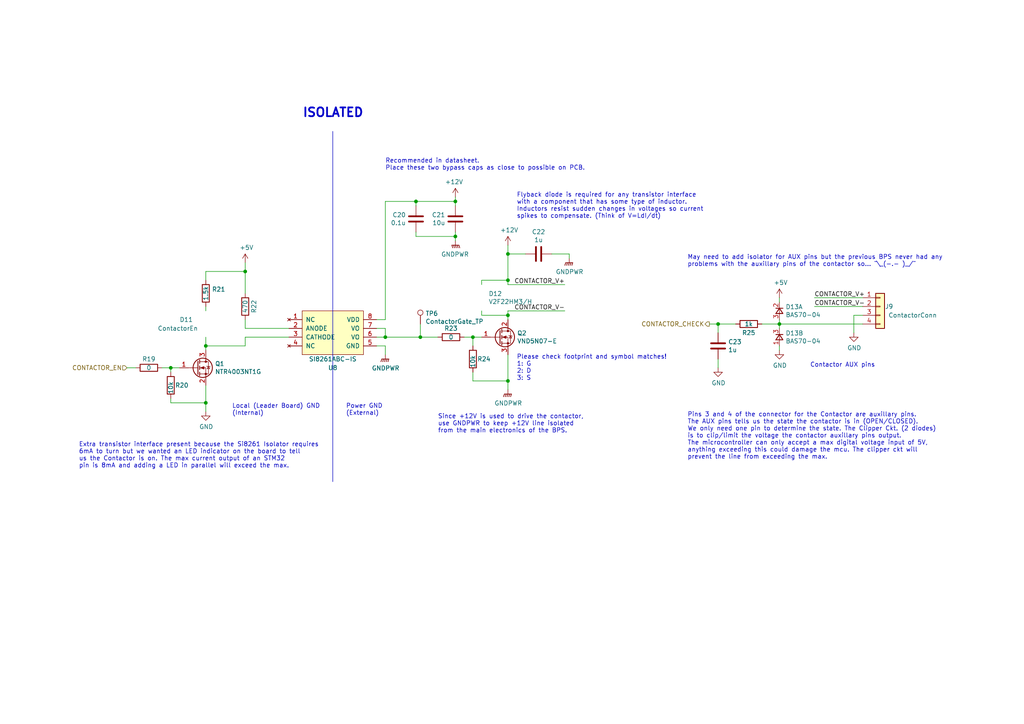
<source format=kicad_sch>
(kicad_sch (version 20230121) (generator eeschema)

  (uuid a1330432-a3e8-46d2-8fc7-0f7a5afdc832)

  (paper "A4")

  (lib_symbols
    (symbol "Connector:TestPoint" (pin_numbers hide) (pin_names (offset 0.762) hide) (in_bom yes) (on_board yes)
      (property "Reference" "TP" (at 0 6.858 0)
        (effects (font (size 1.27 1.27)))
      )
      (property "Value" "TestPoint" (at 0 5.08 0)
        (effects (font (size 1.27 1.27)))
      )
      (property "Footprint" "" (at 5.08 0 0)
        (effects (font (size 1.27 1.27)) hide)
      )
      (property "Datasheet" "~" (at 5.08 0 0)
        (effects (font (size 1.27 1.27)) hide)
      )
      (property "ki_keywords" "test point tp" (at 0 0 0)
        (effects (font (size 1.27 1.27)) hide)
      )
      (property "ki_description" "test point" (at 0 0 0)
        (effects (font (size 1.27 1.27)) hide)
      )
      (property "ki_fp_filters" "Pin* Test*" (at 0 0 0)
        (effects (font (size 1.27 1.27)) hide)
      )
      (symbol "TestPoint_0_1"
        (circle (center 0 3.302) (radius 0.762)
          (stroke (width 0) (type default))
          (fill (type none))
        )
      )
      (symbol "TestPoint_1_1"
        (pin passive line (at 0 0 90) (length 2.54)
          (name "1" (effects (font (size 1.27 1.27))))
          (number "1" (effects (font (size 1.27 1.27))))
        )
      )
    )
    (symbol "Connector_Generic:Conn_01x04" (pin_names (offset 1.016) hide) (in_bom yes) (on_board yes)
      (property "Reference" "J" (at 0 5.08 0)
        (effects (font (size 1.27 1.27)))
      )
      (property "Value" "Conn_01x04" (at 0 -7.62 0)
        (effects (font (size 1.27 1.27)))
      )
      (property "Footprint" "" (at 0 0 0)
        (effects (font (size 1.27 1.27)) hide)
      )
      (property "Datasheet" "~" (at 0 0 0)
        (effects (font (size 1.27 1.27)) hide)
      )
      (property "ki_keywords" "connector" (at 0 0 0)
        (effects (font (size 1.27 1.27)) hide)
      )
      (property "ki_description" "Generic connector, single row, 01x04, script generated (kicad-library-utils/schlib/autogen/connector/)" (at 0 0 0)
        (effects (font (size 1.27 1.27)) hide)
      )
      (property "ki_fp_filters" "Connector*:*_1x??_*" (at 0 0 0)
        (effects (font (size 1.27 1.27)) hide)
      )
      (symbol "Conn_01x04_1_1"
        (rectangle (start -1.27 -4.953) (end 0 -5.207)
          (stroke (width 0.1524) (type default))
          (fill (type none))
        )
        (rectangle (start -1.27 -2.413) (end 0 -2.667)
          (stroke (width 0.1524) (type default))
          (fill (type none))
        )
        (rectangle (start -1.27 0.127) (end 0 -0.127)
          (stroke (width 0.1524) (type default))
          (fill (type none))
        )
        (rectangle (start -1.27 2.667) (end 0 2.413)
          (stroke (width 0.1524) (type default))
          (fill (type none))
        )
        (rectangle (start -1.27 3.81) (end 1.27 -6.35)
          (stroke (width 0.254) (type default))
          (fill (type background))
        )
        (pin passive line (at -5.08 2.54 0) (length 3.81)
          (name "Pin_1" (effects (font (size 1.27 1.27))))
          (number "1" (effects (font (size 1.27 1.27))))
        )
        (pin passive line (at -5.08 0 0) (length 3.81)
          (name "Pin_2" (effects (font (size 1.27 1.27))))
          (number "2" (effects (font (size 1.27 1.27))))
        )
        (pin passive line (at -5.08 -2.54 0) (length 3.81)
          (name "Pin_3" (effects (font (size 1.27 1.27))))
          (number "3" (effects (font (size 1.27 1.27))))
        )
        (pin passive line (at -5.08 -5.08 0) (length 3.81)
          (name "Pin_4" (effects (font (size 1.27 1.27))))
          (number "4" (effects (font (size 1.27 1.27))))
        )
      )
    )
    (symbol "Device:C" (pin_numbers hide) (pin_names (offset 0.254)) (in_bom yes) (on_board yes)
      (property "Reference" "C" (at 0.635 2.54 0)
        (effects (font (size 1.27 1.27)) (justify left))
      )
      (property "Value" "C" (at 0.635 -2.54 0)
        (effects (font (size 1.27 1.27)) (justify left))
      )
      (property "Footprint" "" (at 0.9652 -3.81 0)
        (effects (font (size 1.27 1.27)) hide)
      )
      (property "Datasheet" "~" (at 0 0 0)
        (effects (font (size 1.27 1.27)) hide)
      )
      (property "ki_keywords" "cap capacitor" (at 0 0 0)
        (effects (font (size 1.27 1.27)) hide)
      )
      (property "ki_description" "Unpolarized capacitor" (at 0 0 0)
        (effects (font (size 1.27 1.27)) hide)
      )
      (property "ki_fp_filters" "C_*" (at 0 0 0)
        (effects (font (size 1.27 1.27)) hide)
      )
      (symbol "C_0_1"
        (polyline
          (pts
            (xy -2.032 -0.762)
            (xy 2.032 -0.762)
          )
          (stroke (width 0.508) (type default))
          (fill (type none))
        )
        (polyline
          (pts
            (xy -2.032 0.762)
            (xy 2.032 0.762)
          )
          (stroke (width 0.508) (type default))
          (fill (type none))
        )
      )
      (symbol "C_1_1"
        (pin passive line (at 0 3.81 270) (length 2.794)
          (name "~" (effects (font (size 1.27 1.27))))
          (number "1" (effects (font (size 1.27 1.27))))
        )
        (pin passive line (at 0 -3.81 90) (length 2.794)
          (name "~" (effects (font (size 1.27 1.27))))
          (number "2" (effects (font (size 1.27 1.27))))
        )
      )
    )
    (symbol "Device:Q_NMOS_GDS" (pin_names (offset 0) hide) (in_bom yes) (on_board yes)
      (property "Reference" "Q" (at 5.08 1.27 0)
        (effects (font (size 1.27 1.27)) (justify left))
      )
      (property "Value" "Q_NMOS_GDS" (at 5.08 -1.27 0)
        (effects (font (size 1.27 1.27)) (justify left))
      )
      (property "Footprint" "" (at 5.08 2.54 0)
        (effects (font (size 1.27 1.27)) hide)
      )
      (property "Datasheet" "~" (at 0 0 0)
        (effects (font (size 1.27 1.27)) hide)
      )
      (property "ki_keywords" "transistor NMOS N-MOS N-MOSFET" (at 0 0 0)
        (effects (font (size 1.27 1.27)) hide)
      )
      (property "ki_description" "N-MOSFET transistor, gate/drain/source" (at 0 0 0)
        (effects (font (size 1.27 1.27)) hide)
      )
      (symbol "Q_NMOS_GDS_0_1"
        (polyline
          (pts
            (xy 0.254 0)
            (xy -2.54 0)
          )
          (stroke (width 0) (type default))
          (fill (type none))
        )
        (polyline
          (pts
            (xy 0.254 1.905)
            (xy 0.254 -1.905)
          )
          (stroke (width 0.254) (type default))
          (fill (type none))
        )
        (polyline
          (pts
            (xy 0.762 -1.27)
            (xy 0.762 -2.286)
          )
          (stroke (width 0.254) (type default))
          (fill (type none))
        )
        (polyline
          (pts
            (xy 0.762 0.508)
            (xy 0.762 -0.508)
          )
          (stroke (width 0.254) (type default))
          (fill (type none))
        )
        (polyline
          (pts
            (xy 0.762 2.286)
            (xy 0.762 1.27)
          )
          (stroke (width 0.254) (type default))
          (fill (type none))
        )
        (polyline
          (pts
            (xy 2.54 2.54)
            (xy 2.54 1.778)
          )
          (stroke (width 0) (type default))
          (fill (type none))
        )
        (polyline
          (pts
            (xy 2.54 -2.54)
            (xy 2.54 0)
            (xy 0.762 0)
          )
          (stroke (width 0) (type default))
          (fill (type none))
        )
        (polyline
          (pts
            (xy 0.762 -1.778)
            (xy 3.302 -1.778)
            (xy 3.302 1.778)
            (xy 0.762 1.778)
          )
          (stroke (width 0) (type default))
          (fill (type none))
        )
        (polyline
          (pts
            (xy 1.016 0)
            (xy 2.032 0.381)
            (xy 2.032 -0.381)
            (xy 1.016 0)
          )
          (stroke (width 0) (type default))
          (fill (type outline))
        )
        (polyline
          (pts
            (xy 2.794 0.508)
            (xy 2.921 0.381)
            (xy 3.683 0.381)
            (xy 3.81 0.254)
          )
          (stroke (width 0) (type default))
          (fill (type none))
        )
        (polyline
          (pts
            (xy 3.302 0.381)
            (xy 2.921 -0.254)
            (xy 3.683 -0.254)
            (xy 3.302 0.381)
          )
          (stroke (width 0) (type default))
          (fill (type none))
        )
        (circle (center 1.651 0) (radius 2.794)
          (stroke (width 0.254) (type default))
          (fill (type none))
        )
        (circle (center 2.54 -1.778) (radius 0.254)
          (stroke (width 0) (type default))
          (fill (type outline))
        )
        (circle (center 2.54 1.778) (radius 0.254)
          (stroke (width 0) (type default))
          (fill (type outline))
        )
      )
      (symbol "Q_NMOS_GDS_1_1"
        (pin input line (at -5.08 0 0) (length 2.54)
          (name "G" (effects (font (size 1.27 1.27))))
          (number "1" (effects (font (size 1.27 1.27))))
        )
        (pin passive line (at 2.54 5.08 270) (length 2.54)
          (name "D" (effects (font (size 1.27 1.27))))
          (number "2" (effects (font (size 1.27 1.27))))
        )
        (pin passive line (at 2.54 -5.08 90) (length 2.54)
          (name "S" (effects (font (size 1.27 1.27))))
          (number "3" (effects (font (size 1.27 1.27))))
        )
      )
    )
    (symbol "Device:Q_NMOS_GSD" (pin_names (offset 0) hide) (in_bom yes) (on_board yes)
      (property "Reference" "Q" (at 5.08 1.27 0)
        (effects (font (size 1.27 1.27)) (justify left))
      )
      (property "Value" "Q_NMOS_GSD" (at 5.08 -1.27 0)
        (effects (font (size 1.27 1.27)) (justify left))
      )
      (property "Footprint" "" (at 5.08 2.54 0)
        (effects (font (size 1.27 1.27)) hide)
      )
      (property "Datasheet" "~" (at 0 0 0)
        (effects (font (size 1.27 1.27)) hide)
      )
      (property "ki_keywords" "transistor NMOS N-MOS N-MOSFET" (at 0 0 0)
        (effects (font (size 1.27 1.27)) hide)
      )
      (property "ki_description" "N-MOSFET transistor, gate/source/drain" (at 0 0 0)
        (effects (font (size 1.27 1.27)) hide)
      )
      (symbol "Q_NMOS_GSD_0_1"
        (polyline
          (pts
            (xy 0.254 0)
            (xy -2.54 0)
          )
          (stroke (width 0) (type default))
          (fill (type none))
        )
        (polyline
          (pts
            (xy 0.254 1.905)
            (xy 0.254 -1.905)
          )
          (stroke (width 0.254) (type default))
          (fill (type none))
        )
        (polyline
          (pts
            (xy 0.762 -1.27)
            (xy 0.762 -2.286)
          )
          (stroke (width 0.254) (type default))
          (fill (type none))
        )
        (polyline
          (pts
            (xy 0.762 0.508)
            (xy 0.762 -0.508)
          )
          (stroke (width 0.254) (type default))
          (fill (type none))
        )
        (polyline
          (pts
            (xy 0.762 2.286)
            (xy 0.762 1.27)
          )
          (stroke (width 0.254) (type default))
          (fill (type none))
        )
        (polyline
          (pts
            (xy 2.54 2.54)
            (xy 2.54 1.778)
          )
          (stroke (width 0) (type default))
          (fill (type none))
        )
        (polyline
          (pts
            (xy 2.54 -2.54)
            (xy 2.54 0)
            (xy 0.762 0)
          )
          (stroke (width 0) (type default))
          (fill (type none))
        )
        (polyline
          (pts
            (xy 0.762 -1.778)
            (xy 3.302 -1.778)
            (xy 3.302 1.778)
            (xy 0.762 1.778)
          )
          (stroke (width 0) (type default))
          (fill (type none))
        )
        (polyline
          (pts
            (xy 1.016 0)
            (xy 2.032 0.381)
            (xy 2.032 -0.381)
            (xy 1.016 0)
          )
          (stroke (width 0) (type default))
          (fill (type outline))
        )
        (polyline
          (pts
            (xy 2.794 0.508)
            (xy 2.921 0.381)
            (xy 3.683 0.381)
            (xy 3.81 0.254)
          )
          (stroke (width 0) (type default))
          (fill (type none))
        )
        (polyline
          (pts
            (xy 3.302 0.381)
            (xy 2.921 -0.254)
            (xy 3.683 -0.254)
            (xy 3.302 0.381)
          )
          (stroke (width 0) (type default))
          (fill (type none))
        )
        (circle (center 1.651 0) (radius 2.794)
          (stroke (width 0.254) (type default))
          (fill (type none))
        )
        (circle (center 2.54 -1.778) (radius 0.254)
          (stroke (width 0) (type default))
          (fill (type outline))
        )
        (circle (center 2.54 1.778) (radius 0.254)
          (stroke (width 0) (type default))
          (fill (type outline))
        )
      )
      (symbol "Q_NMOS_GSD_1_1"
        (pin input line (at -5.08 0 0) (length 2.54)
          (name "G" (effects (font (size 1.27 1.27))))
          (number "1" (effects (font (size 1.27 1.27))))
        )
        (pin passive line (at 2.54 -5.08 90) (length 2.54)
          (name "S" (effects (font (size 1.27 1.27))))
          (number "2" (effects (font (size 1.27 1.27))))
        )
        (pin passive line (at 2.54 5.08 270) (length 2.54)
          (name "D" (effects (font (size 1.27 1.27))))
          (number "3" (effects (font (size 1.27 1.27))))
        )
      )
    )
    (symbol "Device:R" (pin_numbers hide) (pin_names (offset 0)) (in_bom yes) (on_board yes)
      (property "Reference" "R" (at 2.032 0 90)
        (effects (font (size 1.27 1.27)))
      )
      (property "Value" "R" (at 0 0 90)
        (effects (font (size 1.27 1.27)))
      )
      (property "Footprint" "" (at -1.778 0 90)
        (effects (font (size 1.27 1.27)) hide)
      )
      (property "Datasheet" "~" (at 0 0 0)
        (effects (font (size 1.27 1.27)) hide)
      )
      (property "ki_keywords" "R res resistor" (at 0 0 0)
        (effects (font (size 1.27 1.27)) hide)
      )
      (property "ki_description" "Resistor" (at 0 0 0)
        (effects (font (size 1.27 1.27)) hide)
      )
      (property "ki_fp_filters" "R_*" (at 0 0 0)
        (effects (font (size 1.27 1.27)) hide)
      )
      (symbol "R_0_1"
        (rectangle (start -1.016 -2.54) (end 1.016 2.54)
          (stroke (width 0.254) (type default))
          (fill (type none))
        )
      )
      (symbol "R_1_1"
        (pin passive line (at 0 3.81 270) (length 1.27)
          (name "~" (effects (font (size 1.27 1.27))))
          (number "1" (effects (font (size 1.27 1.27))))
        )
        (pin passive line (at 0 -3.81 90) (length 1.27)
          (name "~" (effects (font (size 1.27 1.27))))
          (number "2" (effects (font (size 1.27 1.27))))
        )
      )
    )
    (symbol "power:+12V" (power) (pin_names (offset 0)) (in_bom yes) (on_board yes)
      (property "Reference" "#PWR" (at 0 -3.81 0)
        (effects (font (size 1.27 1.27)) hide)
      )
      (property "Value" "+12V" (at 0 3.556 0)
        (effects (font (size 1.27 1.27)))
      )
      (property "Footprint" "" (at 0 0 0)
        (effects (font (size 1.27 1.27)) hide)
      )
      (property "Datasheet" "" (at 0 0 0)
        (effects (font (size 1.27 1.27)) hide)
      )
      (property "ki_keywords" "power-flag" (at 0 0 0)
        (effects (font (size 1.27 1.27)) hide)
      )
      (property "ki_description" "Power symbol creates a global label with name \"+12V\"" (at 0 0 0)
        (effects (font (size 1.27 1.27)) hide)
      )
      (symbol "+12V_0_1"
        (polyline
          (pts
            (xy -0.762 1.27)
            (xy 0 2.54)
          )
          (stroke (width 0) (type default))
          (fill (type none))
        )
        (polyline
          (pts
            (xy 0 0)
            (xy 0 2.54)
          )
          (stroke (width 0) (type default))
          (fill (type none))
        )
        (polyline
          (pts
            (xy 0 2.54)
            (xy 0.762 1.27)
          )
          (stroke (width 0) (type default))
          (fill (type none))
        )
      )
      (symbol "+12V_1_1"
        (pin power_in line (at 0 0 90) (length 0) hide
          (name "+12V" (effects (font (size 1.27 1.27))))
          (number "1" (effects (font (size 1.27 1.27))))
        )
      )
    )
    (symbol "power:+5V" (power) (pin_names (offset 0)) (in_bom yes) (on_board yes)
      (property "Reference" "#PWR" (at 0 -3.81 0)
        (effects (font (size 1.27 1.27)) hide)
      )
      (property "Value" "+5V" (at 0 3.556 0)
        (effects (font (size 1.27 1.27)))
      )
      (property "Footprint" "" (at 0 0 0)
        (effects (font (size 1.27 1.27)) hide)
      )
      (property "Datasheet" "" (at 0 0 0)
        (effects (font (size 1.27 1.27)) hide)
      )
      (property "ki_keywords" "power-flag" (at 0 0 0)
        (effects (font (size 1.27 1.27)) hide)
      )
      (property "ki_description" "Power symbol creates a global label with name \"+5V\"" (at 0 0 0)
        (effects (font (size 1.27 1.27)) hide)
      )
      (symbol "+5V_0_1"
        (polyline
          (pts
            (xy -0.762 1.27)
            (xy 0 2.54)
          )
          (stroke (width 0) (type default))
          (fill (type none))
        )
        (polyline
          (pts
            (xy 0 0)
            (xy 0 2.54)
          )
          (stroke (width 0) (type default))
          (fill (type none))
        )
        (polyline
          (pts
            (xy 0 2.54)
            (xy 0.762 1.27)
          )
          (stroke (width 0) (type default))
          (fill (type none))
        )
      )
      (symbol "+5V_1_1"
        (pin power_in line (at 0 0 90) (length 0) hide
          (name "+5V" (effects (font (size 1.27 1.27))))
          (number "1" (effects (font (size 1.27 1.27))))
        )
      )
    )
    (symbol "power:GND" (power) (pin_names (offset 0)) (in_bom yes) (on_board yes)
      (property "Reference" "#PWR" (at 0 -6.35 0)
        (effects (font (size 1.27 1.27)) hide)
      )
      (property "Value" "GND" (at 0 -3.81 0)
        (effects (font (size 1.27 1.27)))
      )
      (property "Footprint" "" (at 0 0 0)
        (effects (font (size 1.27 1.27)) hide)
      )
      (property "Datasheet" "" (at 0 0 0)
        (effects (font (size 1.27 1.27)) hide)
      )
      (property "ki_keywords" "power-flag" (at 0 0 0)
        (effects (font (size 1.27 1.27)) hide)
      )
      (property "ki_description" "Power symbol creates a global label with name \"GND\" , ground" (at 0 0 0)
        (effects (font (size 1.27 1.27)) hide)
      )
      (symbol "GND_0_1"
        (polyline
          (pts
            (xy 0 0)
            (xy 0 -1.27)
            (xy 1.27 -1.27)
            (xy 0 -2.54)
            (xy -1.27 -1.27)
            (xy 0 -1.27)
          )
          (stroke (width 0) (type default))
          (fill (type none))
        )
      )
      (symbol "GND_1_1"
        (pin power_in line (at 0 0 270) (length 0) hide
          (name "GND" (effects (font (size 1.27 1.27))))
          (number "1" (effects (font (size 1.27 1.27))))
        )
      )
    )
    (symbol "power:GNDPWR" (power) (pin_names (offset 0)) (in_bom yes) (on_board yes)
      (property "Reference" "#PWR" (at 0 -5.08 0)
        (effects (font (size 1.27 1.27)) hide)
      )
      (property "Value" "GNDPWR" (at 0 -3.302 0)
        (effects (font (size 1.27 1.27)))
      )
      (property "Footprint" "" (at 0 -1.27 0)
        (effects (font (size 1.27 1.27)) hide)
      )
      (property "Datasheet" "" (at 0 -1.27 0)
        (effects (font (size 1.27 1.27)) hide)
      )
      (property "ki_keywords" "power-flag" (at 0 0 0)
        (effects (font (size 1.27 1.27)) hide)
      )
      (property "ki_description" "Power symbol creates a global label with name \"GNDPWR\" , power ground" (at 0 0 0)
        (effects (font (size 1.27 1.27)) hide)
      )
      (symbol "GNDPWR_0_1"
        (polyline
          (pts
            (xy 0 -1.27)
            (xy 0 0)
          )
          (stroke (width 0) (type default))
          (fill (type none))
        )
        (polyline
          (pts
            (xy -1.016 -1.27)
            (xy -1.27 -2.032)
            (xy -1.27 -2.032)
          )
          (stroke (width 0.2032) (type default))
          (fill (type none))
        )
        (polyline
          (pts
            (xy -0.508 -1.27)
            (xy -0.762 -2.032)
            (xy -0.762 -2.032)
          )
          (stroke (width 0.2032) (type default))
          (fill (type none))
        )
        (polyline
          (pts
            (xy 0 -1.27)
            (xy -0.254 -2.032)
            (xy -0.254 -2.032)
          )
          (stroke (width 0.2032) (type default))
          (fill (type none))
        )
        (polyline
          (pts
            (xy 0.508 -1.27)
            (xy 0.254 -2.032)
            (xy 0.254 -2.032)
          )
          (stroke (width 0.2032) (type default))
          (fill (type none))
        )
        (polyline
          (pts
            (xy 1.016 -1.27)
            (xy -1.016 -1.27)
            (xy -1.016 -1.27)
          )
          (stroke (width 0.2032) (type default))
          (fill (type none))
        )
        (polyline
          (pts
            (xy 1.016 -1.27)
            (xy 0.762 -2.032)
            (xy 0.762 -2.032)
            (xy 0.762 -2.032)
          )
          (stroke (width 0.2032) (type default))
          (fill (type none))
        )
      )
      (symbol "GNDPWR_1_1"
        (pin power_in line (at 0 0 270) (length 0) hide
          (name "GNDPWR" (effects (font (size 1.27 1.27))))
          (number "1" (effects (font (size 1.27 1.27))))
        )
      )
    )
    (symbol "utsvt-bps:SI8261ABC-IS" (pin_names (offset 1.016)) (in_bom yes) (on_board yes)
      (property "Reference" "U" (at 0 3.81 0)
        (effects (font (size 1.27 1.27)))
      )
      (property "Value" "SI8261ABC-IS" (at 0 1.27 0)
        (effects (font (size 1.27 1.27)))
      )
      (property "Footprint" "Package_SO:SOIC-8_3.9x4.9mm_P1.27mm" (at 0 0 0)
        (effects (font (size 1.27 1.27)) hide)
      )
      (property "Datasheet" "https://www.silabs.com/documents/public/data-sheets/Si826x.pdf" (at 0 0 0)
        (effects (font (size 1.27 1.27)) hide)
      )
      (property "Vf" "2.2V" (at 0 0 0)
        (effects (font (size 1.27 1.27)) hide)
      )
      (property "If" "6mA" (at 0 0 0)
        (effects (font (size 1.27 1.27)) hide)
      )
      (property "ki_keywords" "isolator, gate, driver" (at 0 0 0)
        (effects (font (size 1.27 1.27)) hide)
      )
      (property "ki_description" "Isolated Gate Driver, 8-pin" (at 0 0 0)
        (effects (font (size 1.27 1.27)) hide)
      )
      (symbol "SI8261ABC-IS_0_1"
        (rectangle (start -8.89 0) (end 8.89 -12.7)
          (stroke (width 0) (type default))
          (fill (type background))
        )
      )
      (symbol "SI8261ABC-IS_1_1"
        (pin no_connect line (at -12.7 -2.54 0) (length 3.81)
          (name "NC" (effects (font (size 1.27 1.27))))
          (number "1" (effects (font (size 1.27 1.27))))
        )
        (pin input line (at -12.7 -5.08 0) (length 3.81)
          (name "ANODE" (effects (font (size 1.27 1.27))))
          (number "2" (effects (font (size 1.27 1.27))))
        )
        (pin input line (at -12.7 -7.62 0) (length 3.81)
          (name "CATHODE" (effects (font (size 1.27 1.27))))
          (number "3" (effects (font (size 1.27 1.27))))
        )
        (pin no_connect line (at -12.7 -10.16 0) (length 3.81)
          (name "NC" (effects (font (size 1.27 1.27))))
          (number "4" (effects (font (size 1.27 1.27))))
        )
        (pin power_in line (at 12.7 -10.16 180) (length 3.81)
          (name "GND" (effects (font (size 1.27 1.27))))
          (number "5" (effects (font (size 1.27 1.27))))
        )
        (pin output line (at 12.7 -7.62 180) (length 3.81)
          (name "VO" (effects (font (size 1.27 1.27))))
          (number "6" (effects (font (size 1.27 1.27))))
        )
        (pin output line (at 12.7 -5.08 180) (length 3.81)
          (name "VO" (effects (font (size 1.27 1.27))))
          (number "7" (effects (font (size 1.27 1.27))))
        )
        (pin power_in line (at 12.7 -2.54 180) (length 3.81)
          (name "VDD" (effects (font (size 1.27 1.27))))
          (number "8" (effects (font (size 1.27 1.27))))
        )
      )
    )
    (symbol "utsvt-chips:BAS70-04" (pin_names (offset 0.254) hide) (in_bom yes) (on_board yes)
      (property "Reference" "D" (at -1.27 2.032 0)
        (effects (font (size 1.27 1.27)) (justify left))
      )
      (property "Value" "BAS70-04" (at -3.81 -2.032 0)
        (effects (font (size 1.27 1.27)) (justify left))
      )
      (property "Footprint" "Package_TO_SOT_SMD:SOT-23" (at 0 0 90)
        (effects (font (size 1.27 1.27)) hide)
      )
      (property "Datasheet" "~" (at 0 0 90)
        (effects (font (size 1.27 1.27)) hide)
      )
      (property "ki_locked" "" (at 0 0 0)
        (effects (font (size 1.27 1.27)))
      )
      (property "ki_keywords" "diode" (at 0 0 0)
        (effects (font (size 1.27 1.27)) hide)
      )
      (property "ki_description" "Dual diode, small symbol, clipping diodes" (at 0 0 0)
        (effects (font (size 1.27 1.27)) hide)
      )
      (property "ki_fp_filters" "TO-???* *_Diode_* *SingleDiode* D_*" (at 0 0 0)
        (effects (font (size 1.27 1.27)) hide)
      )
      (symbol "BAS70-04_0_1"
        (polyline
          (pts
            (xy -0.762 -1.016)
            (xy -0.762 1.016)
          )
          (stroke (width 0.254) (type default))
          (fill (type none))
        )
        (polyline
          (pts
            (xy -0.762 0)
            (xy 0.762 0)
          )
          (stroke (width 0) (type default))
          (fill (type none))
        )
        (polyline
          (pts
            (xy 0.762 -1.016)
            (xy -0.762 0)
            (xy 0.762 1.016)
            (xy 0.762 -1.016)
          )
          (stroke (width 0.254) (type default))
          (fill (type none))
        )
      )
      (symbol "BAS70-04_1_1"
        (pin power_in line (at -2.54 0 0) (length 1.778)
          (name "~" (effects (font (size 1.27 1.27))))
          (number "2" (effects (font (size 1.27 1.27))))
        )
        (pin passive line (at 2.54 0 180) (length 1.778)
          (name "~" (effects (font (size 1.27 1.27))))
          (number "3" (effects (font (size 1.27 1.27))))
        )
      )
      (symbol "BAS70-04_2_1"
        (pin power_in line (at 2.54 0 180) (length 1.778)
          (name "~" (effects (font (size 1.27 1.27))))
          (number "1" (effects (font (size 1.27 1.27))))
        )
        (pin passive line (at -2.54 0 0) (length 1.778)
          (name "~" (effects (font (size 1.27 1.27))))
          (number "3" (effects (font (size 1.27 1.27))))
        )
      )
    )
  )

  (junction (at 132.08 68.58) (diameter 0) (color 0 0 0 0)
    (uuid 0770e2a4-4c73-44e4-aa97-3e53731cc6bb)
  )
  (junction (at 121.92 97.79) (diameter 0) (color 0 0 0 0)
    (uuid 249ddd4d-3aa8-47b6-accc-9ff2255263b0)
  )
  (junction (at 49.53 106.68) (diameter 0) (color 0 0 0 0)
    (uuid 381d6608-5f80-4c2d-b1e3-812a4c369354)
  )
  (junction (at 111.76 97.79) (diameter 0) (color 0 0 0 0)
    (uuid 3ee057a0-b970-4f93-a521-573d5e394944)
  )
  (junction (at 208.28 93.98) (diameter 0) (color 0 0 0 0)
    (uuid 4086a186-1754-465c-bedd-1ec47856fed5)
  )
  (junction (at 147.32 110.49) (diameter 0) (color 0 0 0 0)
    (uuid 465e4b1d-ecae-4095-a7d5-d2514fc5e032)
  )
  (junction (at 120.65 58.42) (diameter 0) (color 0 0 0 0)
    (uuid 484bf635-b49a-42e7-9f0d-2477c29e0c95)
  )
  (junction (at 147.32 91.44) (diameter 0) (color 0 0 0 0)
    (uuid 5660c5d0-b3ba-4c3e-91dc-84a35a300b8f)
  )
  (junction (at 226.06 93.98) (diameter 0) (color 0 0 0 0)
    (uuid 6a1728f7-e6fe-4e0c-be65-689d3c703256)
  )
  (junction (at 137.16 97.79) (diameter 0) (color 0 0 0 0)
    (uuid 73fbae33-f29d-4df3-82f0-ad0aa5d4d4d2)
  )
  (junction (at 59.69 100.33) (diameter 0) (color 0 0 0 0)
    (uuid 94cc856a-f360-4835-873c-548c34072939)
  )
  (junction (at 147.32 73.66) (diameter 0) (color 0 0 0 0)
    (uuid 96372371-ff89-4281-98dd-dd1f7454389f)
  )
  (junction (at 132.08 58.42) (diameter 0) (color 0 0 0 0)
    (uuid a05e2cd0-5b13-45b3-9e55-e275af2215ea)
  )
  (junction (at 59.69 116.84) (diameter 0) (color 0 0 0 0)
    (uuid b0a2cff9-97a6-4c5b-91ed-7489772738d8)
  )
  (junction (at 147.32 81.28) (diameter 0) (color 0 0 0 0)
    (uuid f2fd2052-8276-4154-82b7-464ef699fdaf)
  )
  (junction (at 71.12 78.74) (diameter 0) (color 0 0 0 0)
    (uuid f9c18020-eb5e-48f3-8cfe-cd49a7e02dbc)
  )

  (wire (pts (xy 226.06 95.25) (xy 226.06 93.98))
    (stroke (width 0) (type default))
    (uuid 179fb808-54e5-49c8-90fc-67c52fb3a812)
  )
  (wire (pts (xy 137.16 110.49) (xy 147.32 110.49))
    (stroke (width 0) (type default))
    (uuid 1a26340b-7d59-4af3-b2eb-d6e97bf432dc)
  )
  (wire (pts (xy 247.65 91.44) (xy 250.19 91.44))
    (stroke (width 0) (type default))
    (uuid 208424d8-05f4-47ac-a2fc-2943997a0030)
  )
  (wire (pts (xy 120.65 68.58) (xy 120.65 67.31))
    (stroke (width 0) (type default))
    (uuid 265de009-c7ae-4403-9fa7-778cb1847592)
  )
  (wire (pts (xy 36.83 106.68) (xy 39.37 106.68))
    (stroke (width 0) (type default))
    (uuid 2af34ed6-11a8-438f-bac4-cc3042ac0206)
  )
  (wire (pts (xy 165.1 74.93) (xy 165.1 73.66))
    (stroke (width 0) (type default))
    (uuid 306ab90d-fd4c-4025-8740-8029fcd53fa1)
  )
  (polyline (pts (xy 96.52 38.1) (xy 96.52 139.7))
    (stroke (width 0) (type default))
    (uuid 32499ddf-ab40-4776-b4bd-d2e7ea77d54e)
  )

  (wire (pts (xy 147.32 71.12) (xy 147.32 73.66))
    (stroke (width 0) (type default))
    (uuid 3384981e-bc18-41b5-8841-31d6c137d986)
  )
  (wire (pts (xy 132.08 68.58) (xy 132.08 67.31))
    (stroke (width 0) (type default))
    (uuid 33a5613e-916b-4277-80fa-fba8e4ab02c9)
  )
  (wire (pts (xy 109.22 92.71) (xy 111.76 92.71))
    (stroke (width 0) (type default))
    (uuid 34ba86ef-4c44-4d0d-a093-732ff07b2e14)
  )
  (wire (pts (xy 71.12 97.79) (xy 71.12 100.33))
    (stroke (width 0) (type default))
    (uuid 357bb214-a545-47cc-a10b-75855f3f9629)
  )
  (wire (pts (xy 46.99 106.68) (xy 49.53 106.68))
    (stroke (width 0) (type default))
    (uuid 3b43c07e-f331-4007-a49f-8c39fea0b29e)
  )
  (wire (pts (xy 132.08 69.85) (xy 132.08 68.58))
    (stroke (width 0) (type default))
    (uuid 3b9fb45d-b557-41c2-a7ba-874b091e3b86)
  )
  (wire (pts (xy 111.76 102.87) (xy 111.76 100.33))
    (stroke (width 0) (type default))
    (uuid 3bbd3a3a-7f0f-4584-8524-cccf8e163a62)
  )
  (wire (pts (xy 152.4 73.66) (xy 147.32 73.66))
    (stroke (width 0) (type default))
    (uuid 3e0be812-b839-47f3-b69a-552244028763)
  )
  (wire (pts (xy 137.16 107.95) (xy 137.16 110.49))
    (stroke (width 0) (type default))
    (uuid 404fc1b4-7b6f-45a1-acae-3fb2c6bea965)
  )
  (wire (pts (xy 59.69 111.76) (xy 59.69 116.84))
    (stroke (width 0) (type default))
    (uuid 440f12bf-7c9e-4570-b51e-ad8b7ea1b4a1)
  )
  (wire (pts (xy 132.08 68.58) (xy 120.65 68.58))
    (stroke (width 0) (type default))
    (uuid 4795a4d0-6f7f-434c-92dd-6d3b28ed8a4c)
  )
  (wire (pts (xy 226.06 93.98) (xy 250.19 93.98))
    (stroke (width 0) (type default))
    (uuid 49ef9f07-febc-4047-89f9-d94749644ea4)
  )
  (wire (pts (xy 49.53 106.68) (xy 49.53 107.95))
    (stroke (width 0) (type default))
    (uuid 4b3b2800-df85-439d-bbd1-12a0985c99f0)
  )
  (wire (pts (xy 49.53 106.68) (xy 52.07 106.68))
    (stroke (width 0) (type default))
    (uuid 51acc429-6f69-4001-a5ec-1aed6053d8b2)
  )
  (wire (pts (xy 208.28 96.52) (xy 208.28 93.98))
    (stroke (width 0) (type default))
    (uuid 54079cb2-2fa8-474c-9ad0-cfee16e12de5)
  )
  (wire (pts (xy 147.32 110.49) (xy 147.32 102.87))
    (stroke (width 0) (type default))
    (uuid 56cfe33c-4101-4505-af90-50e8050ce31a)
  )
  (wire (pts (xy 59.69 119.38) (xy 59.69 116.84))
    (stroke (width 0) (type default))
    (uuid 59899318-05a1-4276-8319-6ab09201a459)
  )
  (wire (pts (xy 147.32 90.17) (xy 147.32 91.44))
    (stroke (width 0) (type default))
    (uuid 5a02fb64-4ee4-4ef3-86f8-bd37ded4f8ed)
  )
  (wire (pts (xy 111.76 97.79) (xy 121.92 97.79))
    (stroke (width 0) (type default))
    (uuid 5cbc6076-6a77-4a2a-95d4-8e56ac215f8d)
  )
  (wire (pts (xy 109.22 95.25) (xy 111.76 95.25))
    (stroke (width 0) (type default))
    (uuid 5fd1d983-27ef-46fd-b737-34cf57d51744)
  )
  (wire (pts (xy 139.7 90.17) (xy 139.7 91.44))
    (stroke (width 0) (type default))
    (uuid 619f09a2-dd45-4841-9d1d-3b539a501658)
  )
  (wire (pts (xy 71.12 78.74) (xy 71.12 85.09))
    (stroke (width 0) (type default))
    (uuid 66b3e222-dd6e-410a-8df6-0939ab9b82cb)
  )
  (wire (pts (xy 137.16 100.33) (xy 137.16 97.79))
    (stroke (width 0) (type default))
    (uuid 69833c88-fb7d-4795-bde7-5da6c1a44d9a)
  )
  (wire (pts (xy 71.12 92.71) (xy 71.12 95.25))
    (stroke (width 0) (type default))
    (uuid 69d8fc18-4459-4d3d-a6ca-d0261256deca)
  )
  (wire (pts (xy 208.28 106.68) (xy 208.28 104.14))
    (stroke (width 0) (type default))
    (uuid 75088260-3703-4a2b-a557-bdde521892a0)
  )
  (wire (pts (xy 205.74 93.98) (xy 208.28 93.98))
    (stroke (width 0) (type default))
    (uuid 79d0efc2-7908-4e31-bd97-e0c3cb947df1)
  )
  (wire (pts (xy 147.32 91.44) (xy 147.32 92.71))
    (stroke (width 0) (type default))
    (uuid 7c90927b-41b1-40e8-9720-789d11dc0c91)
  )
  (wire (pts (xy 71.12 76.2) (xy 71.12 78.74))
    (stroke (width 0) (type default))
    (uuid 7e9c1bcc-0489-4652-9eca-74eb1899efea)
  )
  (wire (pts (xy 220.98 93.98) (xy 226.06 93.98))
    (stroke (width 0) (type default))
    (uuid 7eedef62-37cc-4dcd-9da8-30f193f5a0ab)
  )
  (wire (pts (xy 132.08 58.42) (xy 132.08 59.69))
    (stroke (width 0) (type default))
    (uuid 8180a1f4-1890-480c-9ca7-2268f826e9ac)
  )
  (wire (pts (xy 165.1 73.66) (xy 160.02 73.66))
    (stroke (width 0) (type default))
    (uuid 8372be47-364a-446a-8c74-7eb8fdf54e00)
  )
  (wire (pts (xy 147.32 73.66) (xy 147.32 81.28))
    (stroke (width 0) (type default))
    (uuid 86635308-c8c5-4bb8-937f-839dcb8639ee)
  )
  (wire (pts (xy 137.16 97.79) (xy 139.7 97.79))
    (stroke (width 0) (type default))
    (uuid 86e0996b-8c18-4321-bbdf-12f74abf2173)
  )
  (wire (pts (xy 121.92 93.98) (xy 121.92 97.79))
    (stroke (width 0) (type default))
    (uuid 8ef7bc2e-ac0a-4082-a369-08e2d3313ab8)
  )
  (wire (pts (xy 147.32 82.55) (xy 163.83 82.55))
    (stroke (width 0) (type default))
    (uuid 902f3dae-014a-4243-bd3f-96682c59fb84)
  )
  (wire (pts (xy 59.69 100.33) (xy 59.69 101.6))
    (stroke (width 0) (type default))
    (uuid 920458ad-870e-4abc-ab59-fae88ec17fc0)
  )
  (wire (pts (xy 49.53 115.57) (xy 49.53 116.84))
    (stroke (width 0) (type default))
    (uuid 93dbccc0-2383-4555-8ea5-174fcc70f9ba)
  )
  (wire (pts (xy 71.12 95.25) (xy 83.82 95.25))
    (stroke (width 0) (type default))
    (uuid 985053cd-6083-41ce-a76f-d0803d216207)
  )
  (wire (pts (xy 71.12 100.33) (xy 59.69 100.33))
    (stroke (width 0) (type default))
    (uuid 9cd7e7c3-7a6b-4829-b76a-72b211547072)
  )
  (wire (pts (xy 247.65 96.52) (xy 247.65 91.44))
    (stroke (width 0) (type default))
    (uuid aad89fa6-44f4-40c8-aace-7b35953fbec6)
  )
  (wire (pts (xy 226.06 101.6) (xy 226.06 100.33))
    (stroke (width 0) (type default))
    (uuid abdc3e88-a810-4899-a037-229d4ff0797c)
  )
  (wire (pts (xy 71.12 97.79) (xy 83.82 97.79))
    (stroke (width 0) (type default))
    (uuid b981d7b5-7489-4fda-89e6-e15197bc6d04)
  )
  (wire (pts (xy 111.76 58.42) (xy 111.76 92.71))
    (stroke (width 0) (type default))
    (uuid bb92237d-4841-4f73-bb9b-c700ccfaa9c1)
  )
  (wire (pts (xy 208.28 93.98) (xy 213.36 93.98))
    (stroke (width 0) (type default))
    (uuid bea5e26e-d47c-4c10-b362-03d7ebfb4be5)
  )
  (wire (pts (xy 59.69 97.79) (xy 59.69 100.33))
    (stroke (width 0) (type default))
    (uuid becbb0ad-1705-4381-8edb-f406b7fee7c5)
  )
  (wire (pts (xy 121.92 97.79) (xy 127 97.79))
    (stroke (width 0) (type default))
    (uuid c1b7dea0-14d9-4112-a608-a3ab8cc6a3ae)
  )
  (wire (pts (xy 236.22 86.36) (xy 250.19 86.36))
    (stroke (width 0) (type default))
    (uuid c708ebbc-e7c0-4ec6-97c0-23e5337fe6ca)
  )
  (wire (pts (xy 59.69 81.28) (xy 59.69 78.74))
    (stroke (width 0) (type default))
    (uuid c96e1244-4b75-499f-bf71-5183dee37e62)
  )
  (wire (pts (xy 120.65 58.42) (xy 111.76 58.42))
    (stroke (width 0) (type default))
    (uuid cd7c8a94-c637-41bb-aed5-23a85cedd496)
  )
  (wire (pts (xy 250.19 88.9) (xy 236.22 88.9))
    (stroke (width 0) (type default))
    (uuid cdd0d352-1c83-4141-bf7d-87b6bbc476c8)
  )
  (wire (pts (xy 71.12 78.74) (xy 59.69 78.74))
    (stroke (width 0) (type default))
    (uuid d5a77ec2-7d94-491f-873f-9d4877084a10)
  )
  (wire (pts (xy 139.7 81.28) (xy 147.32 81.28))
    (stroke (width 0) (type default))
    (uuid da1929ea-a4d8-4d5c-adb6-f508adbef89e)
  )
  (wire (pts (xy 139.7 82.55) (xy 139.7 81.28))
    (stroke (width 0) (type default))
    (uuid df7ad3dc-7f16-41af-b8a3-6eab48e3d4c4)
  )
  (wire (pts (xy 134.62 97.79) (xy 137.16 97.79))
    (stroke (width 0) (type default))
    (uuid e009b9d2-003a-4e0b-9243-0942d2aa8742)
  )
  (wire (pts (xy 147.32 113.03) (xy 147.32 110.49))
    (stroke (width 0) (type default))
    (uuid e0c4a59e-f1bd-44f6-82b6-b4032218d507)
  )
  (wire (pts (xy 111.76 100.33) (xy 109.22 100.33))
    (stroke (width 0) (type default))
    (uuid e3f30224-06b3-4d33-ab21-aaa2df18aa3f)
  )
  (wire (pts (xy 132.08 58.42) (xy 120.65 58.42))
    (stroke (width 0) (type default))
    (uuid e5d91795-5117-4890-afc8-fa4a7dd6019c)
  )
  (wire (pts (xy 226.06 86.36) (xy 226.06 87.63))
    (stroke (width 0) (type default))
    (uuid e706feb5-b792-4074-8765-28f1ccf7c78f)
  )
  (wire (pts (xy 120.65 58.42) (xy 120.65 59.69))
    (stroke (width 0) (type default))
    (uuid e90649ae-4d3f-4d90-bafc-72296379ebd8)
  )
  (wire (pts (xy 111.76 95.25) (xy 111.76 97.79))
    (stroke (width 0) (type default))
    (uuid e9f0340f-079b-4573-8a14-eac18183aad8)
  )
  (wire (pts (xy 109.22 97.79) (xy 111.76 97.79))
    (stroke (width 0) (type default))
    (uuid ed7b1493-22bf-4d80-a2ad-d02df0bb77fd)
  )
  (wire (pts (xy 132.08 57.15) (xy 132.08 58.42))
    (stroke (width 0) (type default))
    (uuid ed874dcf-35df-401d-bef3-790f4c4bb019)
  )
  (wire (pts (xy 59.69 90.17) (xy 59.69 88.9))
    (stroke (width 0) (type default))
    (uuid ee1c3c12-d486-48f4-bc6d-2e24ad4d2524)
  )
  (wire (pts (xy 147.32 90.17) (xy 163.83 90.17))
    (stroke (width 0) (type default))
    (uuid f13ff8b6-7308-4bf2-be98-36ff31f01ef3)
  )
  (wire (pts (xy 139.7 91.44) (xy 147.32 91.44))
    (stroke (width 0) (type default))
    (uuid f1561750-d62a-472e-9577-54038cde6abf)
  )
  (wire (pts (xy 226.06 93.98) (xy 226.06 92.71))
    (stroke (width 0) (type default))
    (uuid f36b8900-eaa6-4c58-8e26-fe12c7a12ccf)
  )
  (wire (pts (xy 147.32 81.28) (xy 147.32 82.55))
    (stroke (width 0) (type default))
    (uuid f3a95050-f863-4b27-b067-d82f1ca53ea9)
  )
  (wire (pts (xy 49.53 116.84) (xy 59.69 116.84))
    (stroke (width 0) (type default))
    (uuid f523a323-8ecc-49b9-a678-22d7b57dffd1)
  )

  (text "Power GND\n(External)" (at 100.33 120.65 0)
    (effects (font (size 1.27 1.27)) (justify left bottom))
    (uuid 23c1d356-4acb-4c46-94df-06c52fbc0810)
  )
  (text "Recommended in datasheet.\nPlace these two bypass caps as close to possible on PCB."
    (at 111.76 49.53 0)
    (effects (font (size 1.27 1.27)) (justify left bottom))
    (uuid 298cc397-c9fd-4c83-9467-fc5a61851b23)
  )
  (text "Extra transistor interface present because the Si8261 Isolator requires\n6mA to turn but we wanted an LED indicator on the board to tell\nus the Contactor is on. The max current output of an STM32\npin is 8mA and adding a LED in parallel will exceed the max."
    (at 22.86 135.89 0)
    (effects (font (size 1.27 1.27)) (justify left bottom))
    (uuid 657290e5-0ee7-41a5-9594-caa32493945d)
  )
  (text "Please check footprint and symbol matches!\n1: G\n2: D\n3: S"
    (at 149.86 110.49 0)
    (effects (font (size 1.27 1.27)) (justify left bottom))
    (uuid 658372b2-66cb-4cc9-b5a3-144ef587a892)
  )
  (text "Flyback diode is required for any transistor interface\nwith a component that has some type of inductor.\nInductors resist sudden changes in voltages so current\nspikes to compensate. (Think of V=LdI/dt)"
    (at 149.86 63.5 0)
    (effects (font (size 1.27 1.27)) (justify left bottom))
    (uuid 67b8c2db-24d4-42a4-98c4-cf5500e4d0aa)
  )
  (text "May need to add isolator for AUX pins but the previous BPS never had any\nproblems with the auxillary pins of the contactor so... ¯\\_(-.- )_/¯"
    (at 199.39 77.47 0)
    (effects (font (size 1.27 1.27)) (justify left bottom))
    (uuid 7553b422-50d3-4df5-aa16-6cfd5b429712)
  )
  (text "Local (Leader Board) GND\n(Internal)" (at 67.31 120.65 0)
    (effects (font (size 1.27 1.27)) (justify left bottom))
    (uuid 8268031b-bfa8-4311-9a4f-9611a553b7fd)
  )
  (text "ISOLATED" (at 87.63 34.29 0)
    (effects (font (size 2.54 2.54) (thickness 0.508) bold) (justify left bottom))
    (uuid bef8a376-c2aa-4eca-8ec9-273c66f8176b)
  )
  (text "Contactor AUX pins" (at 234.95 106.68 0)
    (effects (font (size 1.27 1.27)) (justify left bottom))
    (uuid d9543319-f6df-496e-acf0-b1db4078469e)
  )
  (text "Pins 3 and 4 of the connector for the Contactor are auxillary pins.\nThe AUX pins tells us the state the contactor is in (OPEN/CLOSED).\nWe only need one pin to determine the state. The Clipper Ckt. (2 diodes)\nis to clip/limit the voltage the contactor auxillary pins output.\nThe microcontroller can only accept a max digital voltage input of 5V,\nanything exceeding this could damage the mcu. The clipper ckt will\nprevent the line from exceeding the max."
    (at 199.39 133.35 0)
    (effects (font (size 1.27 1.27)) (justify left bottom))
    (uuid e80d4380-3a68-42b0-9022-d9112a0a987f)
  )
  (text "Since +12V is used to drive the contactor,\nuse GNDPWR to keep +12V line isolated\nfrom the main electronics of the BPS."
    (at 127 125.73 0)
    (effects (font (size 1.27 1.27)) (justify left bottom))
    (uuid eeb98bd8-805d-4b2c-ab61-c9a48c7a91ab)
  )

  (label "CONTACTOR_V+" (at 163.83 82.55 180) (fields_autoplaced)
    (effects (font (size 1.27 1.27)) (justify right bottom))
    (uuid 07a04e83-3d4f-4e45-8154-eb2cfff064a0)
  )
  (label "CONTACTOR_V-" (at 163.83 90.17 180) (fields_autoplaced)
    (effects (font (size 1.27 1.27)) (justify right bottom))
    (uuid 124d15ba-6ec9-4983-8dc1-e46d4cdaff65)
  )
  (label "CONTACTOR_V+" (at 236.22 86.36 0) (fields_autoplaced)
    (effects (font (size 1.27 1.27)) (justify left bottom))
    (uuid 76d45d08-261c-401d-b6b0-f43f27bd5c28)
  )
  (label "CONTACTOR_V-" (at 236.22 88.9 0) (fields_autoplaced)
    (effects (font (size 1.27 1.27)) (justify left bottom))
    (uuid b751c89d-2474-4eaf-ba3d-8e445de17dbb)
  )

  (hierarchical_label "CONTACTOR_CHECK" (shape output) (at 205.74 93.98 180) (fields_autoplaced)
    (effects (font (size 1.27 1.27)) (justify right))
    (uuid a4ee36e7-0a87-4bea-bde1-d6e145e6d738)
  )
  (hierarchical_label "CONTACTOR_EN" (shape input) (at 36.83 106.68 180) (fields_autoplaced)
    (effects (font (size 1.27 1.27)) (justify right))
    (uuid cc4342b7-1625-4c73-985b-945eebacf7df)
  )

  (symbol (lib_id "Connector_Generic:Conn_01x04") (at 255.27 88.9 0) (unit 1)
    (in_bom yes) (on_board yes) (dnp no)
    (uuid 00000000-0000-0000-0000-00005c2da595)
    (property "Reference" "J9" (at 259.08 88.9 0)
      (effects (font (size 1.27 1.27)) (justify right))
    )
    (property "Value" "ContactorConn" (at 271.78 91.44 0)
      (effects (font (size 1.27 1.27)) (justify right))
    )
    (property "Footprint" "UTSVT_Connectors:Molex_MicroFit3.0_1x4xP3.00mm_PolarizingPeg_Vertical" (at 255.27 88.9 0)
      (effects (font (size 1.27 1.27)) hide)
    )
    (property "Datasheet" "~" (at 255.27 88.9 0)
      (effects (font (size 1.27 1.27)) hide)
    )
    (pin "1" (uuid 7e3a15f4-df02-4bfb-8190-995335da2169))
    (pin "2" (uuid 1603ce44-f420-47a1-825a-88abd970cfd5))
    (pin "3" (uuid 28910cd5-8704-4586-acfe-d6b9d8bcc387))
    (pin "4" (uuid ee03c5ed-2217-4635-9887-95e1199c85b7))
    (instances
      (project "BPS-Leader"
        (path "/c248b171-df31-4e8a-afb6-607fa2df334b/00000000-0000-0000-0000-00005c38c674"
          (reference "J9") (unit 1)
        )
      )
    )
  )

  (symbol (lib_id "power:GND") (at 247.65 96.52 0) (unit 1)
    (in_bom yes) (on_board yes) (dnp no)
    (uuid 00000000-0000-0000-0000-00005c30292a)
    (property "Reference" "#PWR063" (at 247.65 102.87 0)
      (effects (font (size 1.27 1.27)) hide)
    )
    (property "Value" "GND" (at 247.777 100.9142 0)
      (effects (font (size 1.27 1.27)))
    )
    (property "Footprint" "" (at 247.65 96.52 0)
      (effects (font (size 1.27 1.27)) hide)
    )
    (property "Datasheet" "" (at 247.65 96.52 0)
      (effects (font (size 1.27 1.27)) hide)
    )
    (pin "1" (uuid 8836b83a-34f2-47ad-8c96-6f6560010c63))
    (instances
      (project "BPS-Leader"
        (path "/c248b171-df31-4e8a-afb6-607fa2df334b/00000000-0000-0000-0000-00005c38c674"
          (reference "#PWR063") (unit 1)
        )
      )
    )
  )

  (symbol (lib_id "Device:R") (at 217.17 93.98 90) (unit 1)
    (in_bom yes) (on_board yes) (dnp no)
    (uuid 00000000-0000-0000-0000-00005c302c24)
    (property "Reference" "R25" (at 217.17 96.52 90)
      (effects (font (size 1.27 1.27)))
    )
    (property "Value" "1k" (at 217.17 93.98 90)
      (effects (font (size 1.27 1.27)))
    )
    (property "Footprint" "Resistor_SMD:R_0805_2012Metric" (at 217.17 95.758 90)
      (effects (font (size 1.27 1.27)) hide)
    )
    (property "Datasheet" "~" (at 217.17 93.98 0)
      (effects (font (size 1.27 1.27)) hide)
    )
    (pin "1" (uuid 20dd9541-a51e-41c8-9221-1e0fae5922eb))
    (pin "2" (uuid 6ed8962c-d4e4-4fc8-b834-b8bb0cf07b53))
    (instances
      (project "BPS-Leader"
        (path "/c248b171-df31-4e8a-afb6-607fa2df334b/00000000-0000-0000-0000-00005c38c674"
          (reference "R25") (unit 1)
        )
      )
    )
  )

  (symbol (lib_id "Device:C") (at 208.28 100.33 0) (unit 1)
    (in_bom yes) (on_board yes) (dnp no)
    (uuid 00000000-0000-0000-0000-00005c3030f2)
    (property "Reference" "C23" (at 211.201 99.1616 0)
      (effects (font (size 1.27 1.27)) (justify left))
    )
    (property "Value" "1u" (at 211.201 101.473 0)
      (effects (font (size 1.27 1.27)) (justify left))
    )
    (property "Footprint" "Capacitor_SMD:C_0805_2012Metric" (at 209.2452 104.14 0)
      (effects (font (size 1.27 1.27)) hide)
    )
    (property "Datasheet" "~" (at 208.28 100.33 0)
      (effects (font (size 1.27 1.27)) hide)
    )
    (pin "1" (uuid 945e7e4b-bf7a-4987-bff6-210fecace43f))
    (pin "2" (uuid 90b6c797-5140-4d87-b7b3-7255ce1e5d24))
    (instances
      (project "BPS-Leader"
        (path "/c248b171-df31-4e8a-afb6-607fa2df334b/00000000-0000-0000-0000-00005c38c674"
          (reference "C23") (unit 1)
        )
      )
    )
  )

  (symbol (lib_id "power:GND") (at 208.28 106.68 0) (unit 1)
    (in_bom yes) (on_board yes) (dnp no)
    (uuid 00000000-0000-0000-0000-00005c304d16)
    (property "Reference" "#PWR060" (at 208.28 113.03 0)
      (effects (font (size 1.27 1.27)) hide)
    )
    (property "Value" "GND" (at 208.407 111.0742 0)
      (effects (font (size 1.27 1.27)))
    )
    (property "Footprint" "" (at 208.28 106.68 0)
      (effects (font (size 1.27 1.27)) hide)
    )
    (property "Datasheet" "" (at 208.28 106.68 0)
      (effects (font (size 1.27 1.27)) hide)
    )
    (pin "1" (uuid 31768c15-08e7-4ecc-bd65-0b3677a669f4))
    (instances
      (project "BPS-Leader"
        (path "/c248b171-df31-4e8a-afb6-607fa2df334b/00000000-0000-0000-0000-00005c38c674"
          (reference "#PWR060") (unit 1)
        )
      )
    )
  )

  (symbol (lib_id "power:GND") (at 226.06 101.6 0) (unit 1)
    (in_bom yes) (on_board yes) (dnp no)
    (uuid 00000000-0000-0000-0000-00005c305432)
    (property "Reference" "#PWR062" (at 226.06 107.95 0)
      (effects (font (size 1.27 1.27)) hide)
    )
    (property "Value" "GND" (at 226.187 105.9942 0)
      (effects (font (size 1.27 1.27)))
    )
    (property "Footprint" "" (at 226.06 101.6 0)
      (effects (font (size 1.27 1.27)) hide)
    )
    (property "Datasheet" "" (at 226.06 101.6 0)
      (effects (font (size 1.27 1.27)) hide)
    )
    (pin "1" (uuid 788f82b4-088f-4152-8788-9de606956120))
    (instances
      (project "BPS-Leader"
        (path "/c248b171-df31-4e8a-afb6-607fa2df334b/00000000-0000-0000-0000-00005c38c674"
          (reference "#PWR062") (unit 1)
        )
      )
    )
  )

  (symbol (lib_id "power:+5V") (at 226.06 86.36 0) (unit 1)
    (in_bom yes) (on_board yes) (dnp no)
    (uuid 00000000-0000-0000-0000-00005c305723)
    (property "Reference" "#PWR061" (at 226.06 90.17 0)
      (effects (font (size 1.27 1.27)) hide)
    )
    (property "Value" "+5V" (at 226.441 81.9658 0)
      (effects (font (size 1.27 1.27)))
    )
    (property "Footprint" "" (at 226.06 86.36 0)
      (effects (font (size 1.27 1.27)) hide)
    )
    (property "Datasheet" "" (at 226.06 86.36 0)
      (effects (font (size 1.27 1.27)) hide)
    )
    (pin "1" (uuid 183f4f92-3ba5-471d-a0b9-7d417709aef9))
    (instances
      (project "BPS-Leader"
        (path "/c248b171-df31-4e8a-afb6-607fa2df334b/00000000-0000-0000-0000-00005c38c674"
          (reference "#PWR061") (unit 1)
        )
      )
    )
  )

  (symbol (lib_id "power:+12V") (at 147.32 71.12 0) (unit 1)
    (in_bom yes) (on_board yes) (dnp no)
    (uuid 00000000-0000-0000-0000-00005c30cb9c)
    (property "Reference" "#PWR057" (at 147.32 74.93 0)
      (effects (font (size 1.27 1.27)) hide)
    )
    (property "Value" "+12V" (at 147.701 66.7258 0)
      (effects (font (size 1.27 1.27)))
    )
    (property "Footprint" "" (at 147.32 71.12 0)
      (effects (font (size 1.27 1.27)) hide)
    )
    (property "Datasheet" "" (at 147.32 71.12 0)
      (effects (font (size 1.27 1.27)) hide)
    )
    (pin "1" (uuid 732113ad-6708-46d5-94f3-75db6b39852e))
    (instances
      (project "BPS-Leader"
        (path "/c248b171-df31-4e8a-afb6-607fa2df334b/00000000-0000-0000-0000-00005c38c674"
          (reference "#PWR057") (unit 1)
        )
      )
    )
  )

  (symbol (lib_id "Device:Q_NMOS_GDS") (at 144.78 97.79 0) (unit 1)
    (in_bom yes) (on_board yes) (dnp no)
    (uuid 00000000-0000-0000-0000-00005c30dee4)
    (property "Reference" "Q2" (at 149.987 96.6216 0)
      (effects (font (size 1.27 1.27)) (justify left))
    )
    (property "Value" "VND5N07-E" (at 149.987 98.933 0)
      (effects (font (size 1.27 1.27)) (justify left))
    )
    (property "Footprint" "Package_TO_SOT_SMD:TO-252-2" (at 149.86 95.25 0)
      (effects (font (size 1.27 1.27)) hide)
    )
    (property "Datasheet" "~" (at 144.78 97.79 0)
      (effects (font (size 1.27 1.27)) hide)
    )
    (pin "1" (uuid e1c14a29-31f5-4c4c-8ce5-49e43734e035))
    (pin "2" (uuid a989338e-5662-44a2-881c-f77a4b69570b))
    (pin "3" (uuid a5e8b203-13f5-47f7-9cc0-1587763b076b))
    (instances
      (project "BPS-Leader"
        (path "/c248b171-df31-4e8a-afb6-607fa2df334b/00000000-0000-0000-0000-00005c38c674"
          (reference "Q2") (unit 1)
        )
      )
    )
  )

  (symbol (lib_id "Device:R") (at 137.16 104.14 0) (unit 1)
    (in_bom yes) (on_board yes) (dnp no)
    (uuid 00000000-0000-0000-0000-00005c30e2c4)
    (property "Reference" "R24" (at 138.43 104.14 0)
      (effects (font (size 1.27 1.27)) (justify left))
    )
    (property "Value" "10k" (at 137.16 106.68 90)
      (effects (font (size 1.27 1.27)) (justify left))
    )
    (property "Footprint" "Resistor_SMD:R_0805_2012Metric" (at 135.382 104.14 90)
      (effects (font (size 1.27 1.27)) hide)
    )
    (property "Datasheet" "~" (at 137.16 104.14 0)
      (effects (font (size 1.27 1.27)) hide)
    )
    (pin "1" (uuid 6090d60e-2914-4499-9ed9-2b725154aa00))
    (pin "2" (uuid 30f7bba0-1bd9-438a-a8bd-8f0c0ef37f29))
    (instances
      (project "BPS-Leader"
        (path "/c248b171-df31-4e8a-afb6-607fa2df334b/00000000-0000-0000-0000-00005c38c674"
          (reference "R24") (unit 1)
        )
      )
    )
  )

  (symbol (lib_id "Device:R") (at 130.81 97.79 270) (unit 1)
    (in_bom yes) (on_board yes) (dnp no)
    (uuid 00000000-0000-0000-0000-00005c30ec57)
    (property "Reference" "R23" (at 130.81 95.25 90)
      (effects (font (size 1.27 1.27)))
    )
    (property "Value" "0" (at 130.81 97.79 90)
      (effects (font (size 1.27 1.27)))
    )
    (property "Footprint" "Resistor_SMD:R_0805_2012Metric" (at 130.81 96.012 90)
      (effects (font (size 1.27 1.27)) hide)
    )
    (property "Datasheet" "~" (at 130.81 97.79 0)
      (effects (font (size 1.27 1.27)) hide)
    )
    (pin "1" (uuid a5e734a4-0bdf-4905-b743-81845c1014bd))
    (pin "2" (uuid ef5f91ca-2731-416b-bbdb-c3444658e8ec))
    (instances
      (project "BPS-Leader"
        (path "/c248b171-df31-4e8a-afb6-607fa2df334b/00000000-0000-0000-0000-00005c38c674"
          (reference "R23") (unit 1)
        )
      )
    )
  )

  (symbol (lib_id "power:+12V") (at 132.08 57.15 0) (mirror y) (unit 1)
    (in_bom yes) (on_board yes) (dnp no)
    (uuid 00000000-0000-0000-0000-00005c30fc6c)
    (property "Reference" "#PWR055" (at 132.08 60.96 0)
      (effects (font (size 1.27 1.27)) hide)
    )
    (property "Value" "+12V" (at 131.699 52.7558 0)
      (effects (font (size 1.27 1.27)))
    )
    (property "Footprint" "" (at 132.08 57.15 0)
      (effects (font (size 1.27 1.27)) hide)
    )
    (property "Datasheet" "" (at 132.08 57.15 0)
      (effects (font (size 1.27 1.27)) hide)
    )
    (pin "1" (uuid 8163f393-972d-46f0-beb6-5e0eb4e54669))
    (instances
      (project "BPS-Leader"
        (path "/c248b171-df31-4e8a-afb6-607fa2df334b/00000000-0000-0000-0000-00005c38c674"
          (reference "#PWR055") (unit 1)
        )
      )
    )
  )

  (symbol (lib_id "Device:C") (at 132.08 63.5 0) (mirror y) (unit 1)
    (in_bom yes) (on_board yes) (dnp no)
    (uuid 00000000-0000-0000-0000-00005c30fcb3)
    (property "Reference" "C21" (at 129.159 62.3316 0)
      (effects (font (size 1.27 1.27)) (justify left))
    )
    (property "Value" "10u" (at 129.159 64.643 0)
      (effects (font (size 1.27 1.27)) (justify left))
    )
    (property "Footprint" "Capacitor_SMD:C_0805_2012Metric" (at 131.1148 67.31 0)
      (effects (font (size 1.27 1.27)) hide)
    )
    (property "Datasheet" "~" (at 132.08 63.5 0)
      (effects (font (size 1.27 1.27)) hide)
    )
    (pin "1" (uuid 1fbce529-c30b-458c-ad17-2f4852ad1bdd))
    (pin "2" (uuid 87feef2e-3951-43ab-ace4-afc0c92ef95c))
    (instances
      (project "BPS-Leader"
        (path "/c248b171-df31-4e8a-afb6-607fa2df334b/00000000-0000-0000-0000-00005c38c674"
          (reference "C21") (unit 1)
        )
      )
    )
  )

  (symbol (lib_id "Device:C") (at 120.65 63.5 0) (mirror y) (unit 1)
    (in_bom yes) (on_board yes) (dnp no)
    (uuid 00000000-0000-0000-0000-00005c310937)
    (property "Reference" "C20" (at 117.729 62.3316 0)
      (effects (font (size 1.27 1.27)) (justify left))
    )
    (property "Value" "0.1u" (at 117.729 64.643 0)
      (effects (font (size 1.27 1.27)) (justify left))
    )
    (property "Footprint" "Capacitor_SMD:C_0805_2012Metric" (at 119.6848 67.31 0)
      (effects (font (size 1.27 1.27)) hide)
    )
    (property "Datasheet" "~" (at 120.65 63.5 0)
      (effects (font (size 1.27 1.27)) hide)
    )
    (pin "1" (uuid 497e1472-ae4f-4f8a-a8ad-a280d1a31e31))
    (pin "2" (uuid 4b3430dc-91d2-4108-9f23-ba4b5a505325))
    (instances
      (project "BPS-Leader"
        (path "/c248b171-df31-4e8a-afb6-607fa2df334b/00000000-0000-0000-0000-00005c38c674"
          (reference "C20") (unit 1)
        )
      )
    )
  )

  (symbol (lib_id "Device:R") (at 71.12 88.9 180) (unit 1)
    (in_bom yes) (on_board yes) (dnp no)
    (uuid 00000000-0000-0000-0000-00005c3152a3)
    (property "Reference" "R22" (at 73.66 88.9 90)
      (effects (font (size 1.27 1.27)))
    )
    (property "Value" "470" (at 71.12 88.9 90)
      (effects (font (size 1.27 1.27)))
    )
    (property "Footprint" "Resistor_SMD:R_0805_2012Metric" (at 72.898 88.9 90)
      (effects (font (size 1.27 1.27)) hide)
    )
    (property "Datasheet" "~" (at 71.12 88.9 0)
      (effects (font (size 1.27 1.27)) hide)
    )
    (pin "1" (uuid 10e67fc5-1f6c-4a12-972f-517ae48e53aa))
    (pin "2" (uuid 7c0e7f0a-7f6a-4b76-9b06-bbdb379721d9))
    (instances
      (project "BPS-Leader"
        (path "/c248b171-df31-4e8a-afb6-607fa2df334b/00000000-0000-0000-0000-00005c38c674"
          (reference "R22") (unit 1)
        )
      )
    )
  )

  (symbol (lib_id "Device:D_ALT") (at 139.7 86.36 270) (unit 1)
    (in_bom yes) (on_board yes) (dnp no)
    (uuid 00000000-0000-0000-0000-00005c31d45e)
    (property "Reference" "D12" (at 141.7066 85.1916 90)
      (effects (font (size 1.27 1.27)) (justify left))
    )
    (property "Value" "V2F22HM3/H" (at 141.7066 87.503 90)
      (effects (font (size 1.27 1.27)) (justify left))
    )
    (property "Footprint" "UTSVT_Passive:V2F22HM" (at 139.7 86.36 0)
      (effects (font (size 1.27 1.27)) hide)
    )
    (property "Datasheet" "https://www.mouser.com/datasheet/2/427/v2f22-1767661.pdf" (at 139.7 86.36 0)
      (effects (font (size 1.27 1.27)) hide)
    )
    (property "Mouser" "https://www.mouser.com/ProductDetail/Vishay-Semiconductors/V2F22HM3-H?qs=BJlw7L4Cy78MY7ajCA04cw%3D%3D" (at 139.7 86.36 90)
      (effects (font (size 1.27 1.27)) hide)
    )
    (instances
      (project "BPS-Leader"
        (path "/c248b171-df31-4e8a-afb6-607fa2df334b/00000000-0000-0000-0000-00005c38c674"
          (reference "D12") (unit 1)
        )
      )
    )
  )

  (symbol (lib_id "Connector:TestPoint") (at 121.92 93.98 0) (unit 1)
    (in_bom yes) (on_board yes) (dnp no)
    (uuid 00000000-0000-0000-0000-00005c380c7f)
    (property "Reference" "TP6" (at 123.3932 90.932 0)
      (effects (font (size 1.27 1.27)) (justify left))
    )
    (property "Value" "ContactorGate_TP" (at 123.3932 93.2434 0)
      (effects (font (size 1.27 1.27)) (justify left))
    )
    (property "Footprint" "TestPoint:TestPoint_Keystone_5005-5009_Compact" (at 127 93.98 0)
      (effects (font (size 1.27 1.27)) hide)
    )
    (property "Datasheet" "~" (at 127 93.98 0)
      (effects (font (size 1.27 1.27)) hide)
    )
    (pin "1" (uuid 462e24f9-f4fd-4706-84d0-651e5d5ebc61))
    (instances
      (project "BPS-Leader"
        (path "/c248b171-df31-4e8a-afb6-607fa2df334b/00000000-0000-0000-0000-00005c38c674"
          (reference "TP6") (unit 1)
        )
      )
    )
  )

  (symbol (lib_id "Device:R") (at 59.69 85.09 0) (unit 1)
    (in_bom yes) (on_board yes) (dnp no)
    (uuid 00000000-0000-0000-0000-00005c381ff3)
    (property "Reference" "R21" (at 61.468 83.9216 0)
      (effects (font (size 1.27 1.27)) (justify left))
    )
    (property "Value" "1.5k" (at 59.69 85.09 90)
      (effects (font (size 1.27 1.27)))
    )
    (property "Footprint" "Resistor_SMD:R_0805_2012Metric" (at 57.912 85.09 90)
      (effects (font (size 1.27 1.27)) hide)
    )
    (property "Datasheet" "~" (at 59.69 85.09 0)
      (effects (font (size 1.27 1.27)) hide)
    )
    (pin "1" (uuid 9af55f0b-47ea-4cbf-8e01-ed99480dacac))
    (pin "2" (uuid 4a38c76a-00e4-4ae1-8cf5-ede0721569f4))
    (instances
      (project "BPS-Leader"
        (path "/c248b171-df31-4e8a-afb6-607fa2df334b/00000000-0000-0000-0000-00005c38c674"
          (reference "R21") (unit 1)
        )
      )
    )
  )

  (symbol (lib_id "Device:LED_ALT") (at 59.69 93.98 90) (unit 1)
    (in_bom yes) (on_board yes) (dnp no)
    (uuid 00000000-0000-0000-0000-00005c382df7)
    (property "Reference" "D11" (at 52.07 92.71 90)
      (effects (font (size 1.27 1.27)) (justify right))
    )
    (property "Value" "ContactorEn" (at 45.72 95.25 90)
      (effects (font (size 1.27 1.27)) (justify right))
    )
    (property "Footprint" "LED_SMD:LED_0805_2012Metric" (at 59.69 93.98 0)
      (effects (font (size 1.27 1.27)) hide)
    )
    (property "Datasheet" "~" (at 59.69 93.98 0)
      (effects (font (size 1.27 1.27)) hide)
    )
    (property "Color" "Green" (at 59.69 93.98 90)
      (effects (font (size 1.27 1.27)) hide)
    )
    (property "P/N" "APTD2012LCGCK" (at 59.69 93.98 90)
      (effects (font (size 1.27 1.27)) hide)
    )
    (instances
      (project "BPS-Leader"
        (path "/c248b171-df31-4e8a-afb6-607fa2df334b/00000000-0000-0000-0000-00005c38c674"
          (reference "D11") (unit 1)
        )
      )
    )
  )

  (symbol (lib_id "power:+5V") (at 71.12 76.2 0) (unit 1)
    (in_bom yes) (on_board yes) (dnp no)
    (uuid 00000000-0000-0000-0000-00005c3c25ea)
    (property "Reference" "#PWR053" (at 71.12 80.01 0)
      (effects (font (size 1.27 1.27)) hide)
    )
    (property "Value" "+5V" (at 71.501 71.8058 0)
      (effects (font (size 1.27 1.27)))
    )
    (property "Footprint" "" (at 71.12 76.2 0)
      (effects (font (size 1.27 1.27)) hide)
    )
    (property "Datasheet" "" (at 71.12 76.2 0)
      (effects (font (size 1.27 1.27)) hide)
    )
    (pin "1" (uuid a15e4214-28fd-422d-b449-b451b58abd2b))
    (instances
      (project "BPS-Leader"
        (path "/c248b171-df31-4e8a-afb6-607fa2df334b/00000000-0000-0000-0000-00005c38c674"
          (reference "#PWR053") (unit 1)
        )
      )
    )
  )

  (symbol (lib_id "power:GNDPWR") (at 147.32 113.03 0) (unit 1)
    (in_bom yes) (on_board yes) (dnp no)
    (uuid 00000000-0000-0000-0000-00005c3f7f9b)
    (property "Reference" "#PWR058" (at 147.32 118.11 0)
      (effects (font (size 1.27 1.27)) hide)
    )
    (property "Value" "GNDPWR" (at 147.4216 116.9416 0)
      (effects (font (size 1.27 1.27)))
    )
    (property "Footprint" "" (at 147.32 114.3 0)
      (effects (font (size 1.27 1.27)) hide)
    )
    (property "Datasheet" "" (at 147.32 114.3 0)
      (effects (font (size 1.27 1.27)) hide)
    )
    (pin "1" (uuid e94bbf82-a27a-434a-846c-59577b61e8c1))
    (instances
      (project "BPS-Leader"
        (path "/c248b171-df31-4e8a-afb6-607fa2df334b/00000000-0000-0000-0000-00005c38c674"
          (reference "#PWR058") (unit 1)
        )
      )
    )
  )

  (symbol (lib_id "power:GNDPWR") (at 132.08 69.85 0) (mirror y) (unit 1)
    (in_bom yes) (on_board yes) (dnp no)
    (uuid 00000000-0000-0000-0000-00005c3f8405)
    (property "Reference" "#PWR056" (at 132.08 74.93 0)
      (effects (font (size 1.27 1.27)) hide)
    )
    (property "Value" "GNDPWR" (at 131.9784 73.7616 0)
      (effects (font (size 1.27 1.27)))
    )
    (property "Footprint" "" (at 132.08 71.12 0)
      (effects (font (size 1.27 1.27)) hide)
    )
    (property "Datasheet" "" (at 132.08 71.12 0)
      (effects (font (size 1.27 1.27)) hide)
    )
    (pin "1" (uuid aaf6057b-c172-4dff-8fcb-4ff9c5a23c9e))
    (instances
      (project "BPS-Leader"
        (path "/c248b171-df31-4e8a-afb6-607fa2df334b/00000000-0000-0000-0000-00005c38c674"
          (reference "#PWR056") (unit 1)
        )
      )
    )
  )

  (symbol (lib_id "Device:C") (at 156.21 73.66 270) (unit 1)
    (in_bom yes) (on_board yes) (dnp no)
    (uuid 00000000-0000-0000-0000-00005c3f87f6)
    (property "Reference" "C22" (at 156.21 67.2592 90)
      (effects (font (size 1.27 1.27)))
    )
    (property "Value" "1u" (at 156.21 69.5706 90)
      (effects (font (size 1.27 1.27)))
    )
    (property "Footprint" "Capacitor_SMD:C_0805_2012Metric" (at 152.4 74.6252 0)
      (effects (font (size 1.27 1.27)) hide)
    )
    (property "Datasheet" "~" (at 156.21 73.66 0)
      (effects (font (size 1.27 1.27)) hide)
    )
    (pin "1" (uuid cbab43f0-4569-45f0-af50-92021d962fe5))
    (pin "2" (uuid 2de43218-aac7-4b42-8516-095d6ed73ab6))
    (instances
      (project "BPS-Leader"
        (path "/c248b171-df31-4e8a-afb6-607fa2df334b/00000000-0000-0000-0000-00005c38c674"
          (reference "C22") (unit 1)
        )
      )
    )
  )

  (symbol (lib_id "power:GNDPWR") (at 165.1 74.93 0) (unit 1)
    (in_bom yes) (on_board yes) (dnp no)
    (uuid 00000000-0000-0000-0000-00005c3f88f8)
    (property "Reference" "#PWR059" (at 165.1 80.01 0)
      (effects (font (size 1.27 1.27)) hide)
    )
    (property "Value" "GNDPWR" (at 165.2016 78.8416 0)
      (effects (font (size 1.27 1.27)))
    )
    (property "Footprint" "" (at 165.1 76.2 0)
      (effects (font (size 1.27 1.27)) hide)
    )
    (property "Datasheet" "" (at 165.1 76.2 0)
      (effects (font (size 1.27 1.27)) hide)
    )
    (pin "1" (uuid de561cbf-48c1-4bf8-aaaa-f617d274822a))
    (instances
      (project "BPS-Leader"
        (path "/c248b171-df31-4e8a-afb6-607fa2df334b/00000000-0000-0000-0000-00005c38c674"
          (reference "#PWR059") (unit 1)
        )
      )
    )
  )

  (symbol (lib_id "Device:R") (at 43.18 106.68 270) (unit 1)
    (in_bom yes) (on_board yes) (dnp no)
    (uuid 00000000-0000-0000-0000-00005c3fa547)
    (property "Reference" "R19" (at 43.18 104.14 90)
      (effects (font (size 1.27 1.27)))
    )
    (property "Value" "0" (at 43.18 106.68 90)
      (effects (font (size 1.27 1.27)))
    )
    (property "Footprint" "Resistor_SMD:R_0805_2012Metric" (at 43.18 104.902 90)
      (effects (font (size 1.27 1.27)) hide)
    )
    (property "Datasheet" "~" (at 43.18 106.68 0)
      (effects (font (size 1.27 1.27)) hide)
    )
    (pin "1" (uuid bec3c063-a933-4cdc-ae1c-bfe1a1452b49))
    (pin "2" (uuid 6cd43962-49c0-4b5f-8a2b-bf2cc7a20351))
    (instances
      (project "BPS-Leader"
        (path "/c248b171-df31-4e8a-afb6-607fa2df334b/00000000-0000-0000-0000-00005c38c674"
          (reference "R19") (unit 1)
        )
      )
    )
  )

  (symbol (lib_id "power:GNDPWR") (at 111.76 102.87 0) (unit 1)
    (in_bom yes) (on_board yes) (dnp no)
    (uuid 00000000-0000-0000-0000-00005c3fd54a)
    (property "Reference" "#PWR054" (at 111.76 107.95 0)
      (effects (font (size 1.27 1.27)) hide)
    )
    (property "Value" "GNDPWR" (at 111.8616 106.7816 0)
      (effects (font (size 1.27 1.27)))
    )
    (property "Footprint" "" (at 111.76 104.14 0)
      (effects (font (size 1.27 1.27)) hide)
    )
    (property "Datasheet" "" (at 111.76 104.14 0)
      (effects (font (size 1.27 1.27)) hide)
    )
    (pin "1" (uuid 1edceeb6-c4c4-4010-86ab-2e77bb70c101))
    (instances
      (project "BPS-Leader"
        (path "/c248b171-df31-4e8a-afb6-607fa2df334b/00000000-0000-0000-0000-00005c38c674"
          (reference "#PWR054") (unit 1)
        )
      )
    )
  )

  (symbol (lib_id "Device:R") (at 49.53 111.76 0) (unit 1)
    (in_bom yes) (on_board yes) (dnp no)
    (uuid 00000000-0000-0000-0000-00005c400fad)
    (property "Reference" "R20" (at 50.8 111.76 0)
      (effects (font (size 1.27 1.27)) (justify left))
    )
    (property "Value" "10k" (at 49.53 114.3 90)
      (effects (font (size 1.27 1.27)) (justify left))
    )
    (property "Footprint" "Resistor_SMD:R_0805_2012Metric" (at 47.752 111.76 90)
      (effects (font (size 1.27 1.27)) hide)
    )
    (property "Datasheet" "~" (at 49.53 111.76 0)
      (effects (font (size 1.27 1.27)) hide)
    )
    (pin "1" (uuid ee47d858-1af0-4e91-bf50-536d9a2e2939))
    (pin "2" (uuid 3e6d0cd4-b592-4d41-be95-e35805ad492b))
    (instances
      (project "BPS-Leader"
        (path "/c248b171-df31-4e8a-afb6-607fa2df334b/00000000-0000-0000-0000-00005c38c674"
          (reference "R20") (unit 1)
        )
      )
    )
  )

  (symbol (lib_id "Device:Q_NMOS_GSD") (at 57.15 106.68 0) (unit 1)
    (in_bom yes) (on_board yes) (dnp no)
    (uuid 00000000-0000-0000-0000-00005c9b865e)
    (property "Reference" "Q1" (at 62.357 105.5116 0)
      (effects (font (size 1.27 1.27)) (justify left))
    )
    (property "Value" "NTR4003NT1G" (at 62.357 107.823 0)
      (effects (font (size 1.27 1.27)) (justify left))
    )
    (property "Footprint" "Package_TO_SOT_SMD:SOT-23" (at 62.23 104.14 0)
      (effects (font (size 1.27 1.27)) hide)
    )
    (property "Datasheet" "~" (at 57.15 106.68 0)
      (effects (font (size 1.27 1.27)) hide)
    )
    (pin "1" (uuid 6a7a32ce-c233-4d1c-bde9-d87819915c02))
    (pin "2" (uuid 5a8379a6-a1df-4960-8d06-d767ca043a4b))
    (pin "3" (uuid 6e08da02-87a3-4257-9e77-a4ed9086ee6f))
    (instances
      (project "BPS-Leader"
        (path "/c248b171-df31-4e8a-afb6-607fa2df334b/00000000-0000-0000-0000-00005c38c674"
          (reference "Q1") (unit 1)
        )
      )
    )
  )

  (symbol (lib_id "power:GND") (at 59.69 119.38 0) (unit 1)
    (in_bom yes) (on_board yes) (dnp no)
    (uuid 00000000-0000-0000-0000-00005c9b866f)
    (property "Reference" "#PWR052" (at 59.69 125.73 0)
      (effects (font (size 1.27 1.27)) hide)
    )
    (property "Value" "GND" (at 59.817 123.7742 0)
      (effects (font (size 1.27 1.27)))
    )
    (property "Footprint" "" (at 59.69 119.38 0)
      (effects (font (size 1.27 1.27)) hide)
    )
    (property "Datasheet" "" (at 59.69 119.38 0)
      (effects (font (size 1.27 1.27)) hide)
    )
    (pin "1" (uuid 2a5c63e6-25d8-4fd1-af68-bfcd7cac9427))
    (instances
      (project "BPS-Leader"
        (path "/c248b171-df31-4e8a-afb6-607fa2df334b/00000000-0000-0000-0000-00005c38c674"
          (reference "#PWR052") (unit 1)
        )
      )
    )
  )

  (symbol (lib_id "utsvt-bps:SI8261ABC-IS") (at 96.52 90.17 0) (unit 1)
    (in_bom yes) (on_board yes) (dnp no)
    (uuid 00000000-0000-0000-0000-00005f12c1ac)
    (property "Reference" "U8" (at 96.52 106.68 0)
      (effects (font (size 1.27 1.27)))
    )
    (property "Value" "SI8261ABC-IS" (at 96.52 104.14 0)
      (effects (font (size 1.27 1.27)))
    )
    (property "Footprint" "Package_SO:SOIC-8_3.9x4.9mm_P1.27mm" (at 96.52 90.17 0)
      (effects (font (size 1.27 1.27)) hide)
    )
    (property "Datasheet" "https://www.silabs.com/documents/public/data-sheets/Si826x.pdf" (at 96.52 90.17 0)
      (effects (font (size 1.27 1.27)) hide)
    )
    (property "Vf" "2.2V" (at 96.52 90.17 0)
      (effects (font (size 1.27 1.27)) hide)
    )
    (property "If" "6mA" (at 96.52 90.17 0)
      (effects (font (size 1.27 1.27)) hide)
    )
    (pin "1" (uuid bf28c442-b971-4722-b96f-7e74848924e2))
    (pin "2" (uuid c131b1ef-a926-4b4d-b39a-7217a46b19a2))
    (pin "3" (uuid 0fe25c69-7226-4ae6-ad89-64eb8aa00163))
    (pin "4" (uuid e204937f-67a5-45ef-bf59-066c873547d4))
    (pin "5" (uuid 3717c7fb-fc5d-4753-9cb9-8ec7d6b36fc1))
    (pin "6" (uuid 02742840-740b-4832-ad70-d55475608baf))
    (pin "7" (uuid 71cc76c7-0dc3-492f-9968-96e4c01e8972))
    (pin "8" (uuid 78eceb7c-2fc1-47cf-afd1-a1df5c9a75fd))
    (instances
      (project "BPS-Leader"
        (path "/c248b171-df31-4e8a-afb6-607fa2df334b/00000000-0000-0000-0000-00005c38c674"
          (reference "U8") (unit 1)
        )
      )
    )
  )

  (symbol (lib_id "utsvt-chips:BAS70-04") (at 226.06 90.17 270) (unit 1)
    (in_bom yes) (on_board yes) (dnp no)
    (uuid 00000000-0000-0000-0000-00005f36d1f4)
    (property "Reference" "D13" (at 227.838 89.0016 90)
      (effects (font (size 1.27 1.27)) (justify left))
    )
    (property "Value" "BAS70-04" (at 227.838 91.313 90)
      (effects (font (size 1.27 1.27)) (justify left))
    )
    (property "Footprint" "Package_TO_SOT_SMD:SOT-23" (at 226.06 90.17 90)
      (effects (font (size 1.27 1.27)) hide)
    )
    (property "Datasheet" "~" (at 226.06 90.17 90)
      (effects (font (size 1.27 1.27)) hide)
    )
    (pin "2" (uuid 2ef34872-11bf-4088-9d47-43dca8629f10))
    (pin "3" (uuid 5c703273-1a2f-45ad-a6ea-fdece936b738))
    (pin "1" (uuid 8bea0cca-b3cb-4f52-8817-ed7092c748e2))
    (pin "3" (uuid 5c703273-1a2f-45ad-a6ea-fdece936b738))
    (instances
      (project "BPS-Leader"
        (path "/c248b171-df31-4e8a-afb6-607fa2df334b/00000000-0000-0000-0000-00005c38c674"
          (reference "D13") (unit 1)
        )
      )
    )
  )

  (symbol (lib_id "utsvt-chips:BAS70-04") (at 226.06 97.79 270) (unit 2)
    (in_bom yes) (on_board yes) (dnp no)
    (uuid 00000000-0000-0000-0000-00005f36dc30)
    (property "Reference" "D13" (at 227.838 96.6216 90)
      (effects (font (size 1.27 1.27)) (justify left))
    )
    (property "Value" "BAS70-04" (at 227.838 98.933 90)
      (effects (font (size 1.27 1.27)) (justify left))
    )
    (property "Footprint" "Package_TO_SOT_SMD:SOT-23" (at 226.06 97.79 90)
      (effects (font (size 1.27 1.27)) hide)
    )
    (property "Datasheet" "~" (at 226.06 97.79 90)
      (effects (font (size 1.27 1.27)) hide)
    )
    (pin "2" (uuid e8845ed1-14b7-4fe8-8f29-c9289da5fb30))
    (pin "3" (uuid 87a796aa-f244-45cc-8ecb-9f4f8a0602f6))
    (pin "1" (uuid 06f3ea7a-2591-4925-81be-1352ad1ceb00))
    (pin "3" (uuid 87a796aa-f244-45cc-8ecb-9f4f8a0602f6))
    (instances
      (project "BPS-Leader"
        (path "/c248b171-df31-4e8a-afb6-607fa2df334b/00000000-0000-0000-0000-00005c38c674"
          (reference "D13") (unit 2)
        )
      )
    )
  )
)

</source>
